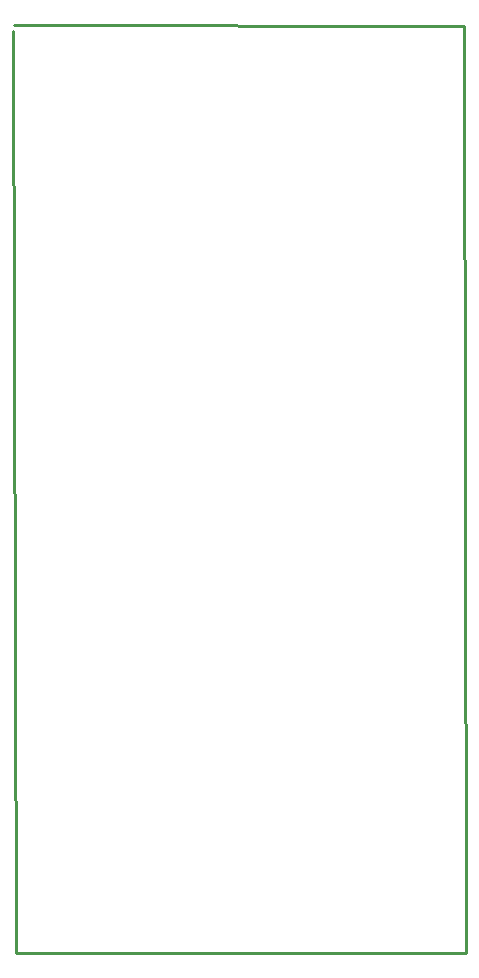
<source format=gko>
G04 Layer: BoardOutline*
G04 EasyEDA v6.3.53, 2020-06-18T19:39:47--4:00*
G04 e7e3e9cc35ab4c03949e4311758ff5c7,7c2c677999ea4ec384e77b3a21fa14ba,10*
G04 Gerber Generator version 0.2*
G04 Scale: 100 percent, Rotated: No, Reflected: No *
G04 Dimensions in millimeters *
G04 leading zeros omitted , absolute positions ,3 integer and 3 decimal *
%FSLAX33Y33*%
%MOMM*%
G90*
G71D02*

%ADD10C,0.254000*%
G54D10*
G01X127Y78613D02*
G01X38227Y78486D01*
G01X38354Y0D01*
G01X254Y0D01*
G01X0Y78105D01*

%LPD*%
M00*
M02*

</source>
